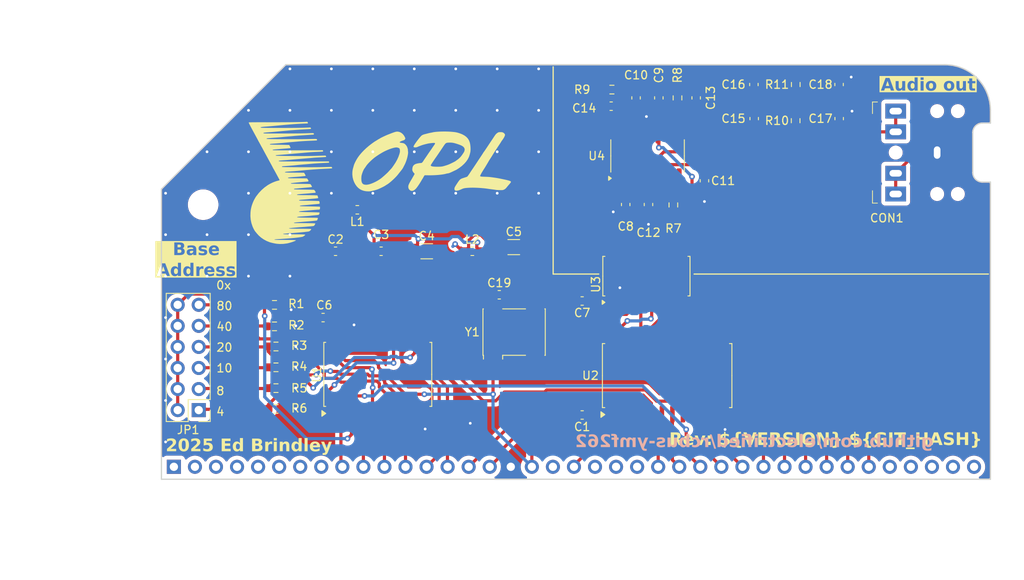
<source format=kicad_pcb>
(kicad_pcb (version 20241229) (generator "pcbnew") (generator_version "9.0")
  (title_block (title "RCBUS YMF262 sound card") (date "@date@") (rev "@version@") (comment 4 "AISLER Project ID: NAXDHHCF"))
  (layers (0 "F.Cu" signal "Front") (2 "B.Cu" signal "Back") (13 "F.Paste" user) (15 "B.Paste" user) (5 "F.SilkS" user "F.Silkscreen") (7 "B.SilkS" user "B.Silkscreen") (1 "F.Mask" user) (3 "B.Mask" user) (25 "Edge.Cuts" user))
  (net 0 "")
  (net 1 "VCC")
  (net 2 "GND")
  (net 3 "/CLK")
  (net 4 "/D0")
  (net 5 "/D1")
  (net 6 "/D2")
  (net 7 "/D3")
  (net 8 "/D4")
  (net 9 "/D5")
  (net 10 "/D6")
  (net 11 "/D7")
  (net 12 "/A1")
  (net 13 "/A4")
  (net 14 "/A3")
  (net 15 "/A2")
  (net 16 "/A5")
  (net 17 "/A6")
  (net 18 "/A7")
  (net 19 "/A0")
  (net 20 "/~{CS}")
  (net 21 "/~{RESET}")
  (net 22 "/~{WR}")
  (net 23 "/~{IORQ}")
  (net 24 "/~{RD}")
  (net 26 "/DAC_CLK")
  (net 27 "/~{INT}")
  (net 43 "/R")
  (net 44 "/L")
  (net 46 "/SMPBD")
  (net 47 "/DOAB")
  (net 48 "/SMPAC")
  (net 50 "Net-(C3-Pad1)")
  (net 51 "Net-(U3-CV)")
  (net 52 "Net-(U3-AOUT)")
  (net 53 "Net-(U4C--)")
  (net 54 "Net-(U4D--)")
  (net 55 "Net-(C15-Pad2)")
  (net 56 "/AUDIO_CH2")
  (net 57 "+5VA")
  (net 58 "Net-(C16-Pad2)")
  (net 59 "Net-(C17-Pad1)")
  (net 60 "Net-(U4B--)")
  (net 61 "Net-(U3-SWIN)")
  (net 62 "Net-(U3-MP)")
  (net 63 "Net-(C18-Pad1)")
  (net 66 "Net-(JP1-Pin_1)")
  (net 67 "Net-(JP1-Pin_9)")
  (net 68 "Net-(JP1-Pin_7)")
  (net 69 "Net-(JP1-Pin_11)")
  (net 70 "Net-(JP1-Pin_3)")
  (net 71 "Net-(JP1-Pin_5)")
  (net 72 "/AUDIO_CH1")
  (footprint "Capacitor_SMD:C_0603_1608Metric_Pad1.08x0.95mm_HandSolder" (layer "F.Cu") (at 111.25 156.75 180)
    (property "Reference" "C1")
    (property "Value" "0.1uF")
  )
  (footprint "Capacitor_SMD:C_0603_1608Metric_Pad1.08x0.95mm_HandSolder" (layer "F.Cu") (at 111.25 143 180)
    (property "Reference" "C7")
    (property "Value" "0.1uF")
  )
  (footprint "electrified:Headphone_Jack_3.5mm_5_pin" (layer "F.Cu") (at 149.069 125.095 180)
    (property "Reference" "CON1")
    (property "Value" "SJ1-3523N")
  )
  (footprint "Connector_PinHeader_2.54mm:PinHeader_2x06_P2.54mm_Vertical" (layer "F.Cu") (at 65 156.16 180)
    (property "Reference" "JP1")
    (property "Value" "BASE ADDRESS")
  )
  (footprint "MountingHole:MountingHole_3.2mm_M3" (layer "F.Cu") (at 65.532 131.382)
    (property "Reference" "H1" (hide yes))
    (property "Value" "MountingHole")
  )
  (footprint "electrified:PinHeader_1x39_P2.54mm_Vertical" (layer "F.Cu") (at 62 163 90)
    (property "Reference" "P1" (hide yes))
    (property "Value" "RC2014 BUS")
  )
  (footprint "Package_SO:SOIC-20W_7.5x12.8mm_P1.27mm" (layer "F.Cu") (at 86.595 151.85 90)
    (property "Reference" "U1")
    (property "Value" "74HCT688")
  )
  (footprint "Capacitor_SMD:C_0603_1608Metric_Pad1.08x0.95mm_HandSolder" (layer "F.Cu") (at 126 128.5 -90)
    (property "Reference" "C11")
    (property "Value" "68pf")
  )
  (footprint "Capacitor_SMD:C_0603_1608Metric_Pad1.08x0.95mm_HandSolder" (layer "F.Cu") (at 116.5 131.3625 -90)
    (property "Reference" "C8")
    (property "Value" "10uF")
  )
  (footprint "Capacitor_SMD:C_0603_1608Metric_Pad1.08x0.95mm_HandSolder" (layer "F.Cu") (at 119.25 131.3625 -90)
    (property "Reference" "C12")
    (property "Value" "0.1uF")
  )
  (footprint "Package_SO:SOP-24_7.5x15.4mm_P1.27mm" (layer "F.Cu") (at 121.5 152 90)
    (property "Reference" "U2")
    (property "Value" "YMF262")
  )
  (footprint "Capacitor_SMD:C_0603_1608Metric_Pad1.08x0.95mm_HandSolder" (layer "F.Cu") (at 80 145 180)
    (property "Reference" "C6")
    (property "Value" "0.1uF")
  )
  (footprint "Oscillator:Oscillator_SMD_Abracon_ASV-4Pin_7.0x5.1mm" (layer "F.Cu") (at 103.04 146.75)
    (property "Reference" "Y1")
    (property "Value" "SG-8002CA")
  )
  (footprint "Inductor_SMD:L_0603_1608Metric_Pad1.05x0.95mm_HandSolder" (layer "F.Cu") (at 98 137)
    (property "Reference" "L2")
    (property "Value" "33uH")
  )
  (footprint "Package_SO:SOP-16_4.55x10.3mm_P1.27mm" (layer "F.Cu") (at 119 140 90)
    (property "Reference" "U3")
    (property "Value" "YAC512")
  )
  (footprint "Capacitor_SMD:C_0603_1608Metric_Pad1.08x0.95mm_HandSolder" (layer "F.Cu") (at 81.5 137)
    (property "Reference" "C2")
    (property "Value" "10nF")
  )
  (footprint "electrified:opl" (layer "F.Cu") (at 93 126)
    (property "Reference" "G2" (hide yes))
    (property "Value" "LOGO" (hide yes))
  )
  (footprint "Resistor_SMD:R_0603_1608Metric_Pad0.98x0.95mm_HandSolder" (layer "F.Cu") (at 74.3125 156.02)
    (property "Reference" "R6")
    (property "Value" "10K")
  )
  (footprint "Capacitor_SMD:C_0603_1608Metric_Pad1.08x0.95mm_HandSolder" (layer "F.Cu") (at 125 118.5 -90)
    (property "Reference" "C13")
    (property "Value" "470pF")
  )
  (footprint "Resistor_SMD:R_0603_1608Metric_Pad0.98x0.95mm_HandSolder" (layer "F.Cu") (at 137 121.25 -90)
    (property "Reference" "R10")
    (property "Value" "1K")
  )
  (footprint "Capacitor_SMD:C_0603_1608Metric_Pad1.08x0.95mm_HandSolder" (layer "F.Cu") (at 120.5 118.5 90)
    (property "Reference" "C9")
    (property "Value" "2.7nf")
  )
  (footprint "Resistor_SMD:R_0603_1608Metric_Pad0.98x0.95mm_HandSolder" (layer "F.Cu") (at 74.3125 153.51)
    (property "Reference" "R5")
    (property "Value" "10K")
  )
  (footprint "Resistor_SMD:R_0603_1608Metric_Pad0.98x0.95mm_HandSolder" (layer "F.Cu") (at 114.8375 117.5 180)
    (property "Reference" "R9")
    (property "Value" "15k")
  )
  (footprint "Capacitor_SMD:C_0603_1608Metric_Pad1.08x0.95mm_HandSolder" (layer "F.Cu") (at 142.25 121 90)
    (property "Reference" "C17")
    (property "Value" "3.9nF")
  )
  (footprint "Resistor_SMD:R_0603_1608Metric_Pad0.98x0.95mm_HandSolder" (layer "F.Cu") (at 122.25 131.4125 90)
    (property "Reference" "R7")
    (property "Value" "33")
  )
  (footprint "Resistor_SMD:R_0603_1608Metric_Pad0.98x0.95mm_HandSolder" (layer "F.Cu") (at 122.75 118.5 90)
    (property "Reference" "R8")
    (property "Value" "15k")
  )
  (footprint "Resistor_SMD:R_0603_1608Metric_Pad0.98x0.95mm_HandSolder" (layer "F.Cu") (at 74.3125 148.49)
    (property "Reference" "R3")
    (property "Value" "10K")
  )
  (footprint "Resistor_SMD:R_0603_1608Metric_Pad0.98x0.95mm_HandSolder" (layer "F.Cu") (at 74.1375 143.47)
    (property "Reference" "R1")
    (property "Value" "10K")
  )
  (footprint "Capacitor_SMD:C_0603_1608Metric_Pad1.08x0.95mm_HandSolder" (layer "F.Cu") (at 117.75 118.5 90)
    (property "Reference" "C10")
    (property "Value" "2.7nf")
  )
  (footprint "Resistor_SMD:R_0603_1608Metric_Pad0.98x0.95mm_HandSolder" (layer "F.Cu") (at 74.1375 146.06)
    (property "Reference" "R2")
    (property "Value" "10K")
  )
  (footprint "Package_SO:SOIC-14_3.9x8.7mm_P1.27mm" (layer "F.Cu") (at 119.1375 125.5 90)
    (property "Reference" "U4")
    (property "Value" "TL074")
  )
  (footprint "electrified:adlib2" (layer "F.Cu") (at 75.5 128.5)
    (property "Reference" "G1" (hide yes))
    (property "Value" "LOGO" (hide yes))
  )
  (footprint "Capacitor_SMD:C_0603_1608Metric_Pad1.08x0.95mm_HandSolder" (layer "F.Cu") (at 131.9646 116.8875 90)
    (property "Reference" "C16")
    (property "Value" "10uf")
  )
  (footprint "Capacitor_SMD:C_1206_3216Metric" (layer "F.Cu") (at 92.5 137)
    (property "Reference" "C4")
    (property "Value" "10uF")
  )
  (footprint "Resistor_SMD:R_0603_1608Metric_Pad0.98x0.95mm_HandSolder" (layer "F.Cu") (at 74.3125 151)
    (property "Reference" "R4")
    (property "Value" "10K")
  )
  (footprint "Capacitor_SMD:C_1206_3216Metric" (layer "F.Cu") (at 103 136.5)
    (property "Reference" "C5")
    (property "Value" "10uF")
  )
  (footprint "Capacitor_SMD:C_0603_1608Metric_Pad1.08x0.95mm_HandSolder" (layer "F.Cu") (at 142.2396 116.8875 90)
    (property "Reference" "C18")
    (property "Value" "3.9nF")
  )
  (footprint "Capacitor_SMD:C_0603_1608Metric_Pad1.08x0.95mm_HandSolder" (layer "F.Cu") (at 132 121 90)
    (property "Reference" "C15")
    (property "Value" "10uf")
  )
  (footprint "Resistor_SMD:R_0603_1608Metric_Pad0.98x0.95mm_HandSolder" (layer "F.Cu") (at 137.0146 116.8875 -90)
    (property "Reference" "R11")
    (property "Value" "1K")
  )
  (footprint "Capacitor_SMD:C_0603_1608Metric_Pad1.08x0.95mm_HandSolder" (layer "F.Cu") (at 101.25 142.25)
    (property "Reference" "C19")
    (property "Value" "0.1uF")
  )
  (footprint "Capacitor_SMD:C_0603_1608Metric_Pad1.08x0.95mm_HandSolder" (layer "F.Cu") (at 87 137)
    (property "Reference" "C3")
    (property "Value" "100nF")
  )
  (footprint "Inductor_SMD:L_0603_1608Metric_Pad1.05x0.95mm_HandSolder" (layer "F.Cu") (at 84.125 132 180)
    (property "Reference" "L1")
    (property "Value" "BLM18PG221SN1D")
  )
  (footprint "Capacitor_SMD:C_0603_1608Metric_Pad1.08x0.95mm_HandSolder" (layer "F.Cu") (at 114.75 119.5 180)
    (property "Reference" "C14")
    (property "Value" "470pF")
  )
  (gr_line (start 107.75 114.75) (end 107.75 139.75) (stroke (width 0.15)) (layer "F.SilkS"))
  (gr_line (start 124.75 139.75) (end 160.25 139.75) (stroke (width 0.15)) (layer "F.SilkS"))
  (gr_line (start 107.75 139.75) (end 113.25 139.75) (stroke (width 0.15)) (layer "F.SilkS"))
  (gr_line (start 158.369 122.682) (end 158.369 127.508) (stroke (width 0.15)) (layer "Edge.Cuts"))
  (gr_line (start 160.5 121.539) (end 160.5 120) (stroke (width 0.15)) (layer "Edge.Cuts"))
  (gr_line (start 155 114.5) (end 75.5 114.5) (stroke (width 0.15)) (layer "Edge.Cuts"))
  (gr_arc (start 155 114.5) (mid 158.889087 116.110913) (end 160.5 120) (stroke (width 0.15)) (layer "Edge.Cuts"))
  (gr_line (start 160.5 121.539) (end 159.512 121.539) (stroke (width 0.15)) (layer "Edge.Cuts"))
  (gr_line (start 160.5 128.651) (end 159.512 128.651) (stroke (width 0.15)) (layer "Edge.Cuts"))
  (gr_line (start 60.5 129.5) (end 75.5 114.5) (stroke (width 0.15)) (layer "Edge.Cuts"))
  (gr_line (start 60.5 129.5) (end 60.5 164.5) (stroke (width 0.15)) (layer "Edge.Cuts"))
  (gr_arc (start 159.512 128.651) (mid 158.703777 128.316223) (end 158.369 127.508) (stroke (width 0.15)) (layer "Edge.Cuts"))
  (gr_line (start 160.5 164.5) (end 160.5 128.651) (stroke (width 0.15)) (layer "Edge.Cuts"))
  (gr_line (start 60.5 164.5) (end 160.5 164.5) (stroke (width 0.15)) (layer "Edge.Cuts"))
  (gr_arc (start 158.369 122.682) (mid 158.703777 121.873777) (end 159.512 121.539) (stroke (width 0.15)) (layer "Edge.Cuts"))
  (gr_text "Audio out" (at 153 117 0) (layer "F.SilkS" knockout) (effects (font (size 1.5 1.5) (thickness 0.3) (bold yes))))
  (gr_text "Rev: ${VERSION} ${GIT_HASH}" (at 159.5 159.75 0) (layer "F.SilkS") (effects (font (size 1.5 1.5) (thickness 0.34) (bold yes)) (justify right)))
  (gr_text "2025 Ed Brindley" (at 61 160.5 0) (layer "F.SilkS") (effects (font (size 1.5 1.5) (thickness 0.3) (bold yes)) (justify left)))
  (gr_text "10" (at 68.1 151.1 0) (layer "F.SilkS") (effects (font (size 1 1))))
  (gr_text "Base\nAddress" (at 64.7 138.1 0) (layer "F.SilkS" knockout) (effects (font (size 1.5 1.5) (thickness 0.3) (bold yes))))
  (gr_text "80" (at 68.1 143.6 0) (layer "F.SilkS") (effects (font (size 1 1))))
  (gr_text "20" (at 68.1 148.6 0) (layer "F.SilkS") (effects (font (size 1 1))))
  (gr_text "8" (at 67.6 153.85 0) (layer "F.SilkS") (effects (font (size 1 1))))
  (gr_text "4" (at 67.6 156.35 0) (layer "F.SilkS") (effects (font (size 1 1))))
  (gr_text "0x" (at 68 141.1 0) (layer "F.SilkS") (effects (font (size 1 1))))
  (gr_text "40" (at 68.1 146.1 0) (layer "F.SilkS") (effects (font (size 1 1))))
  (gr_text "github.com/electrified/rcbus-ymf262" (at 132 160 0) (layer "B.SilkS") (effects (font (size 1.5 1.5) (thickness 0.3) (bold yes)) (justify mirror)))
  (segment (start 114.515 156.65) (end 112.2125 156.65) (width 0.381) (layer "F.Cu") (net 1))
  (segment (start 80.88 145.0175) (end 80.8625 145) (width 0.381) (layer "F.Cu") (net 1))
  (segment (start 89.914144 154.25) (end 92.2126 154.25) (width 0.381) (layer "F.Cu") (net 1))
  (segment (start 100.5 152) (end 100.5 154.25) (width 0.381) (layer "F.Cu") (net 1))
  (segment (start 100.5 149.47) (end 100.62 149.35) (width 0.381) (layer "F.Cu") (net 1))
  (segment (start 63.7555 142.1645) (end 75.639501 142.1645) (width 0.381) (layer "F.Cu") (net 1))
  (segment (start 110.75 159) (end 112 157.75) (width 0.381) (layer "F.Cu") (net 1))
  (segment (start 80.65 136.9875) (end 80.6375 137) (width 0.381) (layer "F.Cu") (net 1))
  (segment (start 83.25 132) (end 82.8326 132.4319) (width 0.381) (layer "F.Cu") (net 1))
  (segment (start 80.88 147.2) (end 80.88 148.381974) (width 0.381) (layer "F.Cu") (net 1))
  (segment (start 83 142) (end 80.6375 139.6375) (width 0.762) (layer "F.Cu") (net 1))
  (segment (start 86.68331 150.714048) (end 86.68331 151.019166) (width 0.381) (layer "F.Cu") (net 1))
  (segment (start 62.46 143.46) (end 62.46 156.16) (width 0.381) (layer "F.Cu") (net 1))
  (segment (start 112 156.75) (end 112.1125 156.75) (width 0.381) (layer "F.Cu") (net 1))
  (segment (start 62.46 143.46) (end 63.7555 142.1645) (width 0.381) (layer "F.Cu") (net 1))
  (segment (start 80.88 147.2) (end 80.88 145.0175) (width 0.381) (layer "F.Cu") (net 1))
  (segment (start 100.5 152) (end 100.5 149.47) (width 0.381) (layer "F.Cu") (net 1))
  (segment (start 80.6375 139.6375) (end 80.6375 137) (width 0.762) (layer "F.Cu") (net 1))
  (segment (start 107 159) (end 110.75 159) (width 0.381) (layer "F.Cu") (net 1))
  (segment (start 86.158741 150.189479) (end 86.68331 150.714048) (width 0.381) (layer "F.Cu") (net 1))
  (segment (start 105.18 160.82) (end 107 159) (width 0.381) (layer "F.Cu") (net 1))
  (segment (start 80.88 148.381974) (end 82.687505 150.189479) (width 0.381) (layer "F.Cu") (net 1))
  (segment (start 79.147876 147.2386) (end 80.8328 147.2386) (width 0.381) (layer "F.Cu") (net 1))
  (segment (start 78 144.524999) (end 78 146.090724) (width 0.381) (layer "F.Cu") (net 1))
  (segment (start 100.62 144.15) (end 100.62 149.35) (width 0.381) (layer "F.Cu") (net 1))
  (segment (start 75.639501 142.1645) (end 78 144.524999) (width 0.381) (layer "F.Cu") (net 1))
  (segment (start 82.687505 150.189479) (end 86.158741 150.189479) (width 0.381) (layer "F.Cu") (net 1))
  (segment (start 78 146.090724) (end 79.147876 147.2386) (width 0.381) (layer "F.Cu") (net 1))
  (segment (start 80.65 134.6145) (end 80.65 136.9875) (width 0.381) (layer "F.Cu") (net 1))
  (segment (start 93.75 142) (end 83 142) (width 0.762) (layer "F.Cu") (net 1))
  (segment (start 105.18 163) (end 105.18 160.82) (width 0.381) (layer "F.Cu") (net 1))
  (segment (start 112.2125 156.65) (end 112.1125 156.75) (width 0.381) (layer "F.Cu") (net 1))
  (segment (start 100.5 148.75) (end 93.75 142) (width 0.762) (layer "F.Cu") (net 1))
  (segment (start 100.5 142.3625) (end 100.3875 142.25) (width 0.381) (layer "F.Cu") (net 1))
  (segment (start 82.8326 132.4319) (end 80.65 134.6145) (width 0.381) (layer "F.Cu") (net 1))
  (segment (start 86.68331 151.019166) (end 89.914144 154.25) (width 0.381) (layer "F.Cu") (net 1))
  (segment (start 112 157.75) (end 112 156.75) (width 0.381) (layer "F.Cu") (net 1))
  (segment (start 100.5 144.75) (end 100.5 142.3625) (width 0.381) (layer "F.Cu") (net 1))
  (via (at 92.2126 154.25) (size 0.6858) (drill 0.3302) (layers "F.Cu" "B.Cu") (net 1))
  (via (at 100.5 154.25) (size 0.6858) (drill 0.3302) (layers "F.Cu" "B.Cu") (net 1))
  (segment (start 100.5 154.25) (end 100.5 158.32) (width 0.381) (layer "B.Cu") (net 1))
  (segment (start 92.2126 154.25) (end 100.5 154.25) (width 0.381) (layer "B.Cu") (net 1))
  (segment (start 105.18 163) (end 100.59 158.41) (width 0.381) (layer "B.Cu") (net 1))
  (segment (start 100.5 158.32) (end 100.59 158.41) (width 0.381) (layer "B.Cu") (net 1))
  (segment (start 115.825 141.425) (end 115.8 141.4) (width 0.381) (layer "F.Cu") (net 2))
  (segment (start 86 149) (end 87.23 149) (width 0.381) (layer "F.Cu") (net 2))
  (segment (start 75.225 148.49) (end 76.69 148.49) (width 0.381) (layer "F.Cu") (net 2))
  (segment (start 91.6442 134.4584) (end 91.5151 134.5875) (width 0.381) (layer "F.Cu") (net 2))
  (segment (start 82.8918 137.2831) (end 82.3625 137) (width 0.381) (layer "F.Cu") (net 2))
  (segment (start 93.4092 136.1246) (end 93.4925 136.1246) (width 0.381) (layer "F.Cu") (net 2))
  (segment (start 76.69 153.51) (end 76.7 153.5) (width 0.381) (layer "F.Cu") (net 2))
  (segment (start 75.05 143.47) (end 75.556036 143.47) (width 0.381) (layer "F.Cu") (net 2))
  (segment (start 85.96 147.2) (end 85.96 148.96) (width 0.381) (layer "F.Cu") (net 2))
  (segment (start 102.2641 135.1011) (end 102.2506 135.1011) (width 0.381) (layer "F.Cu") (net 2))
  (segment (start 95.5497 135.2218) (end 94.7013 136.0702) (width 0.381) (layer "F.Cu") (net 2))
  (segment (start 101.3215 135.0275) (end 102.0867 135.0275) (width 0.381) (layer "F.Cu") (net 2))
  (segment (start 75.225 156.02) (end 76.68 156.02) (width 0.381) (layer "F.Cu") (net 2))
  (segment (start 101.3215 135.0275) (end 101.2845 134.9905) (width 0.381) (layer "F.Cu") (net 2))
  (segment (start 100.0606 134.9905) (end 99.3209 134.2508) (width 0.381) (layer "F.Cu") (net 2))
  (segment (start 83.666 138.0474) (end 86.9462 138.0474) (width 0.381) (layer "F.Cu") (net 2))
  (segment (start 119.25 132.225) (end 119.25 133.75) (width 0.381) (layer "F.Cu") (net 2))
  (segment (start 116.5 132.225) (end 115.025 132.225) (width 0.381) (layer "F.Cu") (net 2))
  (segment (start 103.1697 163) (end 102.64 163) (width 0.381) (layer "F.Cu") (net 2))
  (segment (start 75.225 153.51) (end 76.69 153.51) (width 0.381) (layer "F.Cu") (net 2))
  (segment (start 76.64 146.06) (end 76.7 146) (width 0.381) (layer "F.Cu") (net 2))
  (segment (start 82.9017 137.2831) (end 82.8918 137.2831) (width 0.381) (layer "F.Cu") (net 2))
  (segment (start 103.9086 135.802) (end 102.965 135.802) (width 0.381) (layer "F.Cu") (net 2))
  (segment (start 83.4179 147.794174) (end 83.4179 149) (width 0.381) (layer "F.Cu") (net 2))
  (segment (start 94.7013 136.0702) (end 94.3761 136.0702) (width 0.381) (layer "F.Cu") (net 2))
  (segment (start 83.731069 146.888931) (end 83.731069 145.8819) (width 0.381) (layer "F.Cu") (net 2))
  (segment (start 84.7 149) (end 86 149) (width 0.381) (layer "F.Cu") (net 2))
  (segment (start 94.348 136.0983) (end 94.348 136.1086) (width 0.381) (layer "F.Cu") (net 2))
  (segment (start 115.825 143.25) (end 115.825 141.425) (width 0.381) (layer "F.Cu") (net 2))
  (segment (start 91.5151 134.5875) (end 91.1145 134.5875) (width 0.381) (layer "F.Cu") (net 2))
  (segment (start 126 129.3625) (end 126 131) (width 0.381) (layer "F.Cu") (net 2))
  (segment (start 102.965 135.802) (end 102.2641 135.1011) (width 0.381) (layer "F.Cu") (net 2))
  (segment (start 88.357 136.6326) (end 88.3569 136.6326) (width 0.381) (layer "F.Cu") (net 2))
  (segment (start 119.1375 123.025) (end 119.1375 120.8875) (width 0.381) (layer "F.Cu") (net 2))
  (segment (start 94.348 136.1086) (end 93.975 137) (width 0.381) (layer "F.Cu") (net 2))
  (segment (start 75.05 146.06) (end 76.64 146.06) (width 0.381) (layer "F.Cu") (net 2))
  (segment (start 83.731069 145.7315) (end 83.731069 145.8819) (width 0.381) (layer "F.Cu") (net 2))
  (segment (start 91.7733 134.5875) (end 91.8721 134.5875) (width 0.381) (layer "F.Cu") (net 2))
  (segment (start 83.4179 149) (end 84.7 149) (width 0.381) (layer "F.Cu") (net 2))
  (segment (start 92.31 156.5) (end 92.310001 158.439999) (width 0.381) (layer "F.Cu") (net 2))
  (segment (start 93.4925 136.1246) (end 93.5133 136.1454) (width 0.381) (layer "F.Cu") (net 2))
  (segment (start 83.666 138.0474) (end 82.9017 137.2831) (width 0.381) (layer "F.Cu") (net 2))
  (segment (start 102.1347 135.0371) (end 102.0963 135.0371) (width 0.381) (layer "F.Cu") (net 2))
  (segment (start 75.556036 143.47) (end 76.143018 144.056982) (width 0.381) (layer "F.Cu") (net 2))
  (segment (start 87.5169 137.4767) (end 87.4902 137.5034) (width 0.381) (layer "F.Cu") (net 2))
  (segment (start 102.1443 135.0467) (end 102.1347 135.0371) (width 0.381) (layer "F.Cu") (net 2))
  (segment (start 84.69 148.99) (end 84.7 149) (width 0.381) (layer "F.Cu") (net 2))
  (segment (start 87.5169 137.4668) (end 87.5169 137.4767) (width 0.381) (layer "F.Cu") (net 2))
  (segment (start 102.2099 135.0739) (end 102.1827 135.0467) (width 0.381) (layer "F.Cu") (net 2))
  (segment (start 119.1375 120.8875) (end 119 120.75) (width 0.381) (layer "F.Cu") (net 2))
  (segment (start 87.4902 137.5034) (end 86.9462 138.0474) (width 0.381) (layer "F.Cu") (net 2))
  (segment (start 91.6442 134.4584) (end 91.7733 134.5875) (width 0.381) (layer "F.Cu") (net 2))
  (segment (start 102.2506 135.1011) (end 102.2234 135.0739) (width 0.381) (layer "F.Cu") (net 2))
  (segment (start 143.7625 120.1375) (end 143.8 120.1) (width 0.381) (layer "F.Cu") (net 2))
  (segment (start 75.225 151) (end 76.7 151) (width 0.381) (layer "F.Cu") (net 2))
  (segment (start 128.485 156.65) (end 128.485 158.5) (width 0.381) (layer "F.Cu") (net 2))
  (segment (start 102.1827 135.0467) (end 102.1443 135.0467) (width 0.381) (layer "F.Cu") (net 2))
  (segment (start 102.2234 135.0739) (end 102.2099 135.0739) (width 0.381) (layer "F.Cu") (net 2))
  (segment (start 142.25 120.1375) (end 143.7625 120.1375) (width 0.381) (layer "F.Cu") (net 2))
  (segment (start 96.9611 135.2218) (end 95.5497 135.2218) (width 0.381) (layer "F.Cu") (net 2))
  (segment (start 87.23 149) (end 87.23 147.6642) (width 0.381) (layer "F.Cu") (net 2))
  (segment (start 87.8625 137) (end 87.5169 137.4668) (width 0.381) (layer "F.Cu") (net 2))
  (segment (start 76.69 148.49) (end 76.7 148.5) (width 0.381) (layer "F.Cu") (net 2))
  (segment (start 115.025 132.225) (end 115 132.25) (width 0.381) (layer "F.Cu") (net 2))
  (segment (start 91.8721 134.5875) (end 93.4092 136.1246) (width 0.381) (layer "F.Cu") (net 2))
  (segment (start 89.0763 136.6257) (end 88.3639 136.6257) (width 0.381) (layer "F.Cu") (net 2))
  (segment (start 76.68 156.02) (end 76.7 156) (width 0.381) (layer "F.Cu") (net 2))
  (segment (start 84.69 147.2) (end 84.69 148.99) (width 0.381) (layer "F.Cu") (net 2))
  (segment (start 142.2396 116.025) (end 143.6646 116.025) (width 0.381) (layer "F.Cu") (net 2))
  (segment (start 99.3209 134.2508) (end 97.9321 134.2508) (width 0.381) (layer "F.Cu") (net 2))
  (segment (start 88.3639 136.6257) (end 88.357 136.6326) (width 0.381) (layer "F.Cu") (net 2))
  (segment (start 94.3761 136.0702) (end 94.348 136.0983) (width 0.381) (layer "F.Cu") (net 2))
  (segment (start 101.2845 134.9905) (end 100.0606 134.9905) (width 0.381) (layer "F.Cu") (net 2))
  (segment (start 91.1145 134.5875) (end 89.0763 136.6257) (width 0.381) (layer "F.Cu") (net 2))
  (segment (start 143.6646 116.025) (end 143.7021 115.9875) (width 0.381) (layer "F.Cu") (net 2))
  (segment (start 85.96 148.96) (end 86 149) (width 0.381) (layer "F.Cu") (net 2))
  (segment (start 88.3569 136.6326) (end 87.8625 137) (width 0.381) (layer "F.Cu") (net 2))
  (segment (start 102.0963 135.0371) (end 102.0867 135.0275) (width 0.381) (layer "F.Cu") (net 2))
  (segment (start 83.42472 145.7315) (end 83.731069 145.7315) (width 0.381) (layer "F.Cu") (net 2))
  (segment (start 97.9321 134.2508) (end 96.9611 135.2218) (width 0.381) (layer "F.Cu") (net 2))
  (segment (start 93.5133 136.1454) (end 93.975 137) (width 0.381) (layer "F.Cu") (net 2))
  (segment (start 83.42 147.2) (end 83.731069 146.888931) (width 0.381) (layer "F.Cu") (net 2))
  (segment (start 104.475 136.5) (end 103.9086 135.802) (width 0.381) (layer "F.Cu") (net 2))
  (via (at 76.7 153.5) (size 0.6858) (drill 0.3302) (layers "F.Cu" "B.Cu") (net 2))
  (via (at 76.143018 144.056982) (size 0.6858) (drill 0.3302) (layers "F.Cu" "B.Cu") (net 2))
  (via (at 61 135) (size 0.6858) (drill 0.3302) (layers "F.Cu" "B.Cu") (net 2))
  (via (at 81 130) (size 0.6858) (drill 0.3302) (layers "F.Cu" "B.Cu") (net 2))
  (via (at 71 135) (size 0.6858) (drill 0.3302) (layers "F.Cu" "B.Cu") (net 2))
  (via (at 86 115) (size 0.6858) (drill 0.3302) (layers "F.Cu" "B.Cu") (net 2))
  (via (at 91 125) (size 0.6858) (drill 0.3302) (layers "F.Cu" "B.Cu") (net 2))
  (via (at 81 125) (size 0.6858) (drill 0.3302) (layers "F.Cu" "B.Cu") (net 2))
  (via (at 86 130) (size 0.6858) (drill 0.3302) (layers "F.Cu" "B.Cu") (net 2))
  (via (at 61 140) (size 0.6858) (drill 0.3302) (layers "F.Cu" "B.Cu") (net 2))
  (via (at 76 115) (size 0.6858) (drill 0.3302) (layers "F.Cu" "B.Cu") (net 2))
  (via (at 76 130) (size 0.6858) (drill 0.3302) (layers "F.Cu" "B.Cu") (net 2))
  (via (at 81 115) (size 0.6858) (drill 0.3302) (layers "F.Cu" "B.Cu") (net 2))
  (via (at 97.75 157.75) (size 0.6858) (drill 0.3302) (layers "F.Cu" "B.Cu") (net 2))
  (via (at 61 155) (size 0.6858) (drill 0.3302) (layers "F.Cu" "B.Cu") (net 2))
  (via (at 71 140) (size 0.6858) (drill 0.3302) (layers "F.Cu" "B.Cu") (net 2))
  (via (at 128.485 158.5) (size 0.6858) (drill 0.3302) (layers "F.Cu" "B.Cu") (net 2))
  (via (at 76.7 156) (size 0.6858) (drill 0.3302) (layers "F.Cu" "B.Cu") (net 2))
  (via (at 86 125) (size 0.6858) (drill 0.3302) (layers "F.Cu" "B.Cu") (net 2))
  (via (at 66 125) (size 0.6858) (drill 0.3302) (layers "F.Cu" "B.Cu") (net 2))
  (via (at 101 120) (size 0.6858) (drill 0.3302) (layers "F.Cu" "B.Cu") (net 2))
  (via (at 126 131) (size 0.6858) (drill 0.3302) (layers "F.Cu" "B.Cu") (net 2))
  (via (at 76.7 148.5) (size 0.6858) (drill 0.3302) (layers "F.Cu" "B.Cu") (net 2))
  (via (at 115.8 141.4) (size 0.6858) (drill 0.3302) (layers "F.Cu" "B.Cu") (net 2))
  (via (at 61 130) (size 0.6858) (drill 0.3302) (layers "F.Cu" "B.Cu") (net 2))
  (via (at 119 120.75) (size 0.6858) (drill 0.3302) (layers "F.Cu" "B.Cu") (net 2))
  (via (at 101 130) (size 0.6858) (drill 0.3302) (layers "F.Cu" "B.Cu") (net 2))
  (via (at 76 120) (size 0.6858) (drill 0.3302) (layers "F.Cu" "B.Cu") (net 2))
  (via (at 83.731069 145.8819) (size 0.6858) (drill 0.3302) (layers "F.Cu" "B.Cu") (net 2))
  (via (at 91 120) (size 0.6858) (drill 0.3302) (layers "F.Cu" "B.Cu") (net 2))
  (via (at 76 140) (size 0.6858) (drill 0.3302) (layers "F.Cu" "B.Cu") (net 2))
  (via (at 106 115) (size 0.6858) (drill 0.3302) (layers "F.Cu" "B.Cu") (net 2))
  (via (at 119.25 133.75) (size 0.6858) (drill 0.3302) (layers "F.Cu" "B.Cu") (net 2))
  (via (at 61 150) (size 0.6858) (drill 0.3302) (layers "F.Cu" "B.Cu") (net 2))
  (via (at 96 120) (size 0.6858) (drill 0.3302) (layers "F.Cu" "B.Cu") (net 2))
  (via (at 96 130) (size 0.6858) (drill 0.3302) (layers "F.Cu" "B.Cu") (net 2))
  (via (at 115 132.25) (size 0.6858) (drill 0.3302) (layers "F.Cu" "B.Cu") (net 2))
  (via (at 66 140) (size 0.6858) (drill 0.3302) (layers "F.Cu" "B.Cu") (net 2))
  (via (at 96 115) (size 0.6858) (drill 0.3302) (layers "F.Cu" "B.Cu") (net 2))
  (via (at 61 160) (size 0.6858) (drill 0.3302) (layers "F.Cu" "B.Cu") (net 2))
  (via (at 101 115) (size 0.6858) (drill 0.3302) (layers "F.Cu" "B.Cu") (net 2))
  (via (at 86 120) (size 0.6858) (drill 0.3302) (layers "F.Cu" "B.Cu") (net 2))
  (via (at 61 145) (size 0.6858) (drill 0.3302) (layers "F.Cu" "B.Cu") (net 2))
  (via (at 143.7021 115.9875) (size 0.6858) (drill 0.3302) (layers "F.Cu" "B.Cu") (net 2))
  (via (at 71 120) (size 0.6858) (drill 0.3302) (layers "F.Cu" "B.Cu") (net 2))
  (via (at 92.310001 158.439999) (size 0.6858) (drill 0.3302) (layers "F.Cu" "B.Cu") (net 2))
  (via (at 106 120) (size 0.6858) (drill 0.3302) (layers "F.Cu" "B.Cu") (net 2))
  (via (at 106 130) (size 0.6858) (drill 0.3302) (layers "F.Cu" "B.Cu") (net 2))
  (via (at 76 125) (size 0.6858) (drill 0.3302) (layers "F.Cu" "B.Cu") (net 2))
  (via (at 91 115) (size 0.6858) (drill 0.3302) (layers "F.Cu" "B.Cu") (net 2))
  (via (at 76.7 146) (size 0.6858) (drill 0.3302) (layers "F.Cu" "B.Cu") (net 2))
  (via (at 81 120) (size 0.6858) (drill 0.3302) (layers "F.Cu" "B.Cu") (net 2))
  (via (at 96 125) (size 0.6858) (drill 0.3302) (layers "F.Cu" "B.Cu") (net 2))
  (via (at 76.7 151) (size 0.6858) (drill 0.3302) (layers "F.Cu" "B.Cu") (net 2))
  (via (at 71 130) (size 0.6858) (drill 0.3302) (layers "F.Cu" "B.Cu") (net 2))
  (via (at 91 130) (size 0.6858) (drill 0.3302) (layers "F.Cu" "B.Cu") (net 2))
  (via (at 106 125) (size 0.6858) (drill 0.3302) (layers "F.Cu" "B.Cu") (net 2))
  (via (at 143.8 120.1) (size 0.6858) (drill 0.3302) (layers "F.Cu" "B.Cu") (net 2))
  (via (at 76 135) (size 0.6858) (drill 0.3302) (layers "F.Cu" "B.Cu") (net 2))
  (via (at 71 125) (size 0.6858) (drill 0.3302) (layers "F.Cu" "B.Cu") (net 2))
  (via (at 101 125) (size 0.6858) (drill 0.3302) (layers "F.Cu" "B.Cu") (net 2))
  (via (at 66 135) (size 0.6858) (drill 0.3302) (layers "F.Cu" "B.Cu") (net 2))
  (segment (start 105.88 144.15) (end 106.98 145.25) (width 0.381) (layer "F.Cu") (net 3))
  (segment (start 114.515 145.765) (end 114.515 147.35) (width 0.381) (layer "F.Cu") (net 3))
  (segment (start 114 145.25) (end 114.515 145.765) (width 0.381) (layer "F.Cu") (net 3))
  (segment (start 106.98 145.25) (end 114 145.25) (width 0.381) (layer "F.Cu") (net 3))
  (segment (start 125.945 156.65) (end 125.945 157.6505) (width 0.381) (layer "F.Cu") (net 4))
  (segment (start 125.945 157.6505) (end 125.945 160.905) (width 0.381) (layer "F.Cu") (net 4))
  (segment (start 125.945 160.905) (end 128.04 163) (width 0.381) (layer "F.Cu") (net 4))
  (segment (start 128.2674 160.6874) (end 130.58 163) (width 0.381) (layer "F.Cu") (net 5))
  (segment (start 128.173848 160.6874) (end 128.2674 160.6874) (width 0.381) (layer "F.Cu") (net 5))
  (segment (start 127.2 159.713552) (end 128.173848 160.6874) (width 0.381) (layer "F.Cu") (net 5))
  (segment (start 127.2 156.665) (end 127.2 159.713552) (width 0.381) (layer "F.Cu") (net 5))
  (segment (start 128.485 147.35) (end 128.485 149.235) (width 0.381) (layer "F.Cu") (net 6))
  (segment (start 128.485 149.235) (end 133.12 153.87) (width 0.381) (layer "F.Cu") (net 6))
  (segment (start 133.12 153.87) (end 133.12 163) (width 0.381) (layer "F.Cu") (net 6))
  (segment (start 127.215 147.35) (end 127.215 146.035) (width 0.381) (layer "F.Cu") (net 7))
  (segment (start 135.66 152.379648) (end 135.66 163) (width 0.381) (layer "F.Cu") (net 7))
  (segment (start 127.215 146.035) (end 127.75 145.5) (width 0.381) (layer "F.Cu") (net 7))
  (segment (start 128.780352 145.5) (end 135.66 152.379648) (width 0.381) (layer "F.Cu") (net 7))
  (segment (start 127.75 145.5) (end 128.780352 145.5) (width 0.381) (layer "F.Cu") (net 7))
  (segment (start 130.179335 144.865) (end 127.227104 144.865) (width 0.381) (layer "F.Cu") (net 8))
  (segment (start 127.227104 144.865) (end 125.945 146.147104) (width 0.381) (layer "F.Cu") (net 8))
  (segment (start 125.945 146.147104) (end 125.945 147.35) (width 0.381) (layer "F.Cu") (net 8))
  (segment (start 138.2 152.885665) (end 130.179335 144.865) (width 0.381) (layer "F.Cu") (net 8))
  (segment (start 138.2 163) (end 138.2 152.885665) (width 0.381) (layer "F.Cu") (net 8))
  (segment (start 132.23 144.23) (end 126.964078 144.23) (width 0.381) (layer "F.Cu") (net 9))
  (segment (start 140.74 152.74) (end 132.23 144.23) (width 0.381) (layer "F.Cu") (net 9))
  (segment (start 126.964078 144.23) (end 124.675 146.519078) (width 0.381) (layer "F.Cu") (net 9))
  (segment (start 124.675 146.519078) (end 124.675 147.35) (width 0.381) (layer "F.Cu") (net 9))
  (segment (start 140.74 163) (end 140.74 152.74) (width 0.381) (layer "F.Cu") (net 9))
  (segment (start 134.594 143.594) (end 126.700638 143.594) (width 0.381) (layer "F.Cu") (net 10))
  (segment (start 124.292202 145.9045) (end 123.405 146.791702) (width 0.381) (layer "F.Cu") (net 10))
  (segment (start 126.700638 143.594) (end 124.390138 145.9045) (width 0.381) (layer "F.Cu") (net 10))
  (segment (start 123.405 146.791702) (end 123.405 147.35) (width 0.381) (layer "F.Cu") (net 10))
  (segment (start 124.390138 145.9045) (end 124.292202 145.9045) (width 0.381) (layer "F.Cu") (net 10))
  (segment (start 143.28 163) (end 143.28 152.28) (width 0.381) (layer "F.Cu") (net 10))
  (segment (start 143.28 152.28) (end 134.594 143.594) (width 0.381) (layer "F.Cu") (net 10))
  (segment (start 124.024934 145.2695) (end 123.390934 145.9035) (width 0.381) (layer "F.Cu") (net 11))
  (segment (start 127.396612 142) (end 124.127112 145.2695) (width 0.381) (layer "F.Cu") (net 11))
  (segment (start 122.581501 145.9035) (end 122.135 146.350001) (width 0.381) (layer "F.Cu") (net 11))
  (segment (start 122.135 146.350001) (end 122.135 147.35) (width 0.381) (layer "F.Cu") (net 11))
  (segment (start 136 142) (end 127.396612 142) (width 0.381) (layer "F.Cu") (net 11))
  (segment (start 145.82 163) (end 145.82 151.82) (width 0.381) (layer "F.Cu") (net 11))
  (segment (start 145.82 151.82) (end 136 142) (width 0.381) (layer "F.Cu") (net 11))
  (segment (start 123.390934 145.9035) (end 122.581501 145.9035) (width 0.381) (layer "F.Cu") (net 11))
  (segment (start 124.127112 145.2695) (end 124.024934 145.2695) (width 0.381) (layer "F.Cu") (net 11))
  (segment (start 119.595 155.345) (end 118.615 154.365) (width 0.381) (layer "F.Cu") (net 12))
  (segment (start 105.945 154.615) (end 97.56 163) (width 0.381) (layer "F.Cu") (net 12))
  (segment (start 107.236974 154.365) (end 106.986974 154.615) (width 0.381) (layer "F.Cu") (net 12))
  (segment (start 106.986974 154.615) (end 105.945 154.615) (width 0.381) (layer "F.Cu") (net 12))
  (segment (start 118.615 154.365) (end 107.236974 154.365) (width 0.381) (layer "F.Cu") (net 12))
  (segment (start 119.595 156.65) (end 119.595 155.345) (width 0.381) (layer "F.Cu") (net 12))
  (segment (start 89.77 159.07) (end 89.94 159.24) (width 0.381) (layer "F.Cu") (net 13))
  (segment (start 89.94 159.24) (end 89.94 163) (width 0.381) (layer "F.Cu") (net 13))
  (segment (start 89.77 156.56) (end 89.77 159.07) (width 0.381) (layer "F.Cu") (net 13))
  (segment (start 89.8 156.53) (end 89.77 156.56) (width 0.381) (layer "F.Cu") (net 13))
  (segment (start 94 161.48) (end 92.48 163) (width 0.381) (layer "F.Cu") (net 14))
  (segment (start 94 153.307629) (end 94 161.48) (width 0.381) (layer "F.Cu") (net 14))
  (segment (start 92.3 147.21) (end 92.3 151.607629) (width 0.381) (layer "F.Cu") (net 14))
  (segment (start 92.3 151.607629) (end 94 153.307629) (width 0.381) (layer "F.Cu") (net 14))
  (segment (start 93.0555 151.465103) (end 95 153.409603) (width 0.381) (layer "F.Cu") (net 15))
  (segment (start 95 153.409603) (end 95 162.98) (width 0.381) (layer "F.Cu") (net 15))
  (segment (start 90.215501 145.7295) (end 92.71082 145.7295) (width 0.381) (layer "F.Cu") (net 15))
  (segment (start 92.71082 145.7295) (end 93.0555 146.07418) (width 0.381) (layer "F.Cu") (net 15))
  (segment (start 89.77 146.175001) (end 90.215501 145.7295) (width 0.381) (layer "F.Cu") (net 15))
  (segment (start 95 162.98) (end 95.02 163) (width 0.381) (layer "F.Cu") (net 15))
  (segment (start 93.0555 146.07418) (end 93.0555 151.465103) (width 0.381) (layer "F.Cu") (net 15))
  (segment (start 89.77 147.2) (end 89.77 146.175001) (width 0.381) (layer "F.Cu") (net 15))
  (segment (start 87.2 156.53) (end 87.2 159.2) (width 0.381) (layer "F.Cu") (net 16))
  (segment (start 87.4 159.4) (end 87.4 163) (width 0.381) (layer "F.Cu") (net 16))
  (segment (start 87.2 159.2) (end 87.4 159.4) (width 0.381) (layer "F.Cu") (net 16))
  (segment (start 84.7 156.51) (end 84.7 159.3) (width 0.381) (layer "F.Cu") (net 17))
  (segment (start 84.86 159.46) (end 84.86 163) (width 0.381) (layer "F.Cu") (net 17))
  (segment (start 84.7 159.3) (end 84.86 159.46) (width 0.381) (layer "F.Cu") (net 17))
  (segment (start 82.15 162.83) (end 82.32 163) (width 0.381) (layer "F.Cu") (net 18))
  (segment (start 82.15 156.5) (end 82.15 162.83) (width 0.381) (layer "F.Cu") (net 18))
  (segment (start 101.5215 161.5785) (end 101.5215 160.9785) (width 0.381) (layer "F.Cu") (net 19))
  (segment (start 100.1 163) (end 101.5215 161.5785) (width 0.381) (layer "F.Cu") (net 19))
  (segment (start 118.325 155.575) (end 118.325 156.65) (width 0.381) (layer "F.Cu") (net 19))
  (segment (start 101.5215 160.9785) (end 107.2955 155.2045) (width 0.381) (layer "F.Cu") (net 19))
  (segment (start 107.2955 155.2045) (end 117.9545 155.2045) (width 0.381) (layer "F.Cu") (net 19))
  (segment (start 117.9545 155.2045) (end 118.325 155.575) (width 0.381) (layer "F.Cu") (net 19))
  (segment (start 106.973948 153.73) (end 118.878026 153.73) (width 0.381) (layer "F.Cu") (net 20))
  (segment (start 106.723948 153.98) (end 106.973948 153.73) (width 0.381) (layer "F.Cu") (net 20))
  (segment (start 100.826152 155.0374) (end 101.883552 153.98) (width 0.381) (layer "F.Cu") (net 20))
  (segment (start 82.15 145.598586) (end 82.654086 145.0945) (width 0.381) (layer "F.Cu") (net 20))
  (segment (start 101.883552 153.98) (end 106.723948 153.98) (width 0.381) (layer "F.Cu") (net 20))
  (segment (start 122.8832 155.0832) (end 123.405 155.605) (width 0.381) (layer "F.Cu") (net 20))
  (segment (start 123.405 155.605) (end 123.405 156.65) (width 0.381) (layer "F.Cu") (net 20))
  (segment (start 82.15 147.2) (end 82.15 145.598586) (width 0.381) (layer "F.Cu") (net 20))
  (segment (start 92.973846 145.0945) (end 93.6905 145.811154) (width 0.381) (layer "F.Cu") (net 20))
  (segment (start 99.2874 155.0374) (end 100.826152 155.0374) (width 0.381) (layer "F.Cu") (net 20))
  (segment (start 93.6905 149.4405) (end 99.2874 155.0374) (width 0.381) (layer "F.Cu") (net 20))
  (segment (start 93.6905 145.811154) (end 93.6905 149.4405) (width 0.381) (layer "F.Cu") (net 20))
  (segment (start 82.654086 145.0945) (end 92.973846 145.0945) (width 0.381) (layer "F.Cu") (net 20))
  (segment (start 120.231226 155.0832) (end 122.8832 155.0832) (width 0.381) (layer "F.Cu") (net 20))
  (segment (start 118.878026 153.73) (end 120.231226 155.0832) (width 0.381) (layer "F.Cu") (net 20))
  (segment (start 115.4 159.2) (end 117.055 157.545) (width 0.381) (layer "F.Cu") (net 21))
  (segment (start 117.055 156.76) (end 117 156.705) (width 0.381) (layer "F.Cu") (net 21))
  (segment (start 110.26 162.8253) (end 113.8853 159.2) (width 0.381) (layer "F.Cu") (net 21))
  (segment (start 113.8853 159.2) (end 115.4 159.2) (width 0.381) (layer "F.Cu") (net 21))
  (segment (start 117.055 157.545) (end 117.055 156.76) (width 0.381) (layer "F.Cu") (net 21))
  (segment (start 120.865 159.335) (end 120.42 159.78) (width 0.381) (layer "F.Cu") (net 22))
  (segment (start 120.42 159.78) (end 120.42 163) (width 0.381) (layer "F.Cu") (net 22))
  (segment (start 120.865 156.65) (end 120.865 159.335) (width 0.381) (layer "F.Cu") (net 22))
  (segment (start 80.88 155.333552) (end 81.763552 154.45) (width 0.381) (layer "F.Cu") (net 23))
  (segment (start 81.763552 154.45) (end 85 154.45) (width 0.381) (layer "F.Cu") (net 23))
  (segment (start 125.5 163) (end 123.8 161.3) (width 0.381) (layer "F.Cu") (net 23))
  (segment (start 123.8 161.3) (end 123.8 158.5) (width 0.381) (layer "F.Cu") (net 23))
  (segment (start 80.88 156.5) (end 80.88 155.333552) (width 0.381) (layer "F.Cu") (net 23))
  (via (at 123.8 158.5) (size 0.6858) (drill 0.3302) (layers "F.Cu" "B.Cu") (net 23))
  (via (at 85 154.45) (size 0.6858) (drill 0.3302) (layers "F.Cu" "B.Cu") (net 23))
  (segment (start 118.55 153.25) (end 97.613552 153.25) (width 0.381) (layer "B.Cu") (net 23))
  (segment (start 97.576152 153.2874) (end 96.923848 153.2874) (width 0.381) (layer "B.Cu") (net 23))
  (segment (start 96.923848 153.2874) (end 96.886448 153.25) (width 0.381) (layer "B.Cu") (net 23))
  (segment (start 87.297156 153.25) (end 86.097156 154.45) (width 0.381) (layer "B.Cu") (net 23))
  (segment (start 96.886448 153.25) (end 87.297156 153.25) (width 0.381) (layer "B.Cu") (net 23))
  (segment (start 97.613552 153.25) (end 97.576152 153.2874) (width 0.381) (layer "B.Cu") (net 23))
  (segment (start 123.8 158.5) (end 118.55 153.25) (width 0.381) (layer "B.Cu") (net 23))
  (segment (start 86.097156 154.45) (end 85 154.45) (width 0.381) (layer "B.Cu") (net 23))
  (segment (start 122.135 157.6505) (end 122.135 162.175) (width 0.381) (layer "F.Cu") (net 24))
  (segment (start 122.135 162.175) (end 122.96 163) (width 0.381) (layer "F.Cu") (net 24))
  (segment (start 122.135 156.65) (end 122.135 157.6505) (width 0.381) (layer "F.Cu") (net 24))
  (segment (start 119.635 145.046141) (end 119.537412 145.143729) (width 0.381) (layer "F.Cu") (net 26))
  (segment (start 115.785 147.35) (end 115.785 146.315) (width 0.381) (layer "F.Cu") (net 26))
  (segment (start 115.785 146.315) (end 116.7 145.4) (width 0.381) (layer "F.Cu") (net 26))
  (segment (start 119.635 143.25) (end 119.635 145.046141) (width 0.381) (layer "F.Cu") (net 26))
  (via (at 119.537412 145.143729) (size 0.6858) (drill 0.3302) (layers "F.Cu" "B.Cu") (net 26))
  (via (at 116.7 145.4) (size 0.6858) (drill 0.3302) (layers "F.Cu" "B.Cu") (net 26))
  (segment (start 119.481141 145.2) (end 119.537412 145.143729) (width 0.381) (layer "B.Cu") (net 26))
  (segment (start 118.2278 145.4) (end 118.4278 145.2) (width 0.381) (layer "B.Cu") (net 26))
  (segment (start 116.7 145.4) (end 118.2278 145.4) (width 0.381) (layer "B.Cu") (net 26))
  (segment (start 118.4278 145.2) (end 119.481141 145.2) (width 0.381) (layer "B.Cu") (net 26))
  (segment (start 115.3275 123.025) (end 115.3275 120.94) (width 0.381) (layer "F.Cu") (net 43))
  (segment (start 113.925 119.4625) (end 113.8875 119.5) (width 0.381) (layer "F.Cu") (net 43))
  (segment (start 113.925 117.5) (end 113.925 119.4625) (width 0.381) (layer "F.Cu") (net 43))
  (segment (start 115.675 115.75) (end 129.9646 115.75) (width 0.381) (layer "F.Cu") (net 43))
  (segment (start 129.9646 115.75) (end 131.9646 117.75) (width 0.381) (layer "F.Cu") (net 43))
  (segment (start 113.925 117.5) (end 115.675 115.75) (width 0.381) (layer "F.Cu") (net 43))
  (segment (start 115.3275 120.94) (end 113.8875 119.5) (width 0.381) (layer "F.Cu") (net 43))
  (segment (start 126.5 119.75) (end 126.5 118) (width 0.381) (layer "F.Cu") (net 44))
  (segment (start 124.95 117.5875) (end 125 117.6375) (width 0.381) (layer "F.Cu") (net 44))
  (segment (start 126.1375 117.6375) (end 125 117.6375) (width 0.381) (layer "F.Cu") (net 44))
  (segment (start 125.75 120.5) (end 126.5 119.75) (width 0.381) (layer "F.Cu") (net 44))
  (segment (start 126.5 118) (end 126.1375 117.6375) (width 0.381) (layer "F.Cu") (net 44))
  (segment (start 128.6125 121.8625) (end 132 121.8625) (width 0.381) (layer "F.Cu") (net 44))
  (segment (start 122.9475 123.025) (end 123 122.9725) (width 0.381) (layer "F.Cu") (net 44))
  (segment (start 122.75 117.5875) (end 124.95 117.5875) (width 0.381) (layer "F.Cu") (net 44))
  (segment (start 126.5 119.75) (end 128.6125 121.8625) (width 0.381) (layer "F.Cu") (net 44))
  (segment (start 123.5 120.5) (end 125.75 120.5) (width 0.381) (layer "F.Cu") (net 44))
  (segment (start 123 122.9725) (end 123 121) (width 0.381) (layer "F.Cu") (net 44))
  (segment (start 123 121) (end 123.5 120.5) (width 0.381) (layer "F.Cu") (net 44))
  (segment (start 123.997879 144.497879) (end 123.898529 144.497879) (width 0.381) (layer "F.Cu") (net 46))
  (segment (start 122.175 143.25) (end 122.175 142.450001) (width 0.381) (layer "F.Cu") (net 46))
  (segment (start 120.865 146.720561) (end 120.865 147.35) (width 0.381) (layer "F.Cu") (net 46))
  (segment (start 122.175 142.450001) (end 122.620501 142.0045) (width 0.381) (layer "F.Cu") (net 46))
  (segment (start 124.1905 142.34918) (end 124.1905 144.305258) (width 0.381) (layer "F.Cu") (net 46))
  (segment (start 122.620501 142.0045) (end 123.84582 142.0045) (width 0.381) (layer "F.Cu") (net 46))
  (segment (start 123.898529 144.497879) (end 123.127908 145.2685) (width 0.381) (layer "F.Cu") (net 46))
  (segment (start 123.127908 145.2685) (end 122.317061 145.2685) (width 0.381) (layer "F.Cu") (net 46))
  (segment (start 123.84582 142.0045) (end 124.1905 142.34918) (width 0.381) (layer "F.Cu") (net 46))
  (segment (start 122.317061 145.2685) (end 120.865 146.720561) (width 0.381) (layer "F.Cu") (net 46))
  (segment (start 124.1905 144.305258) (end 123.997879 144.497879) (width 0.381) (layer "F.Cu") (net 46))
  (segment (start 118.365 143.25) (end 118.325 143.29) (width 0.381) (layer "F.Cu") (net 47))
  (segment (start 118.325 143.29) (end 118.325 147.35) (width 0.381) (layer "F.Cu") (net 47))
  (segment (start 121.443827 145.013625) (end 120.781069 145.013625) (width 0.381) (layer "F.Cu") (net 48))
  (segment (start 119.595 146.199694) (end 119.595 147.35) (width 0.381) (layer "F.Cu") (net 48))
  (segment (start 123.445 144.049999) (end 122.879999 144.615) (width 0.381) (layer "F.Cu") (net 48))
  (segment (start 122.879999 144.615) (end 121.842452 144.615) (width 0.381) (layer "F.Cu") (net 48))
  (segment (start 120.781069 145.013625) (end 119.595 146.199694) (width 0.381) (layer "F.Cu") (net 48))
  (segment (start 123.445 143.25) (end 123.445 144.049999) (width 0.381) (layer "F.Cu") (net 48))
  (segment (start 121.842452 144.615) (end 121.443827 145.013625) (width 0.381) (layer "F.Cu") (net 48))
  (segment (start 86.15 136.6176) (end 86.15 135.1) (width 0.381) (layer "F.Cu") (net 50))
  (segment (start 86.247 136.7146) (end 86.15 136.6176) (width 0.381) (layer "F.Cu") (net 50))
  (segment (start 91.398 136.1086) (end 91.025 137) (width 0.381) (layer "F.Cu") (net 50))
  (segment (start 85 133.95) (end 86.15 135.1) (width 0.381) (layer "F.Cu") (net 50))
  (segment (start 91.4933 135.5019) (end 91.398 135.5972) (width 0.381) (layer "F.Cu") (net 50))
  (segment (start 98.875 137) (end 98.5419 136.5331) (width 0.381) (layer "F.Cu") (net 50))
  (segment (start 85 132) (end 85 133.95) (width 0.381) (layer "F.Cu") (net 50))
  (segment (start 91.398 135.5972) (end 91.398 136.1086) (width 0.381) (layer "F.Cu") (net 50))
  (segment (start 98.5419 136.5331) (end 98.5419 136.0118) (width 0.381) (layer "F.Cu") (net 50))
  (segment (start 98.5419 136.0118) (end 98.6265 135.9272) (width 0.381) (layer "F.Cu") (net 50))
  (via (at 86.15 135.1) (size 0.6858) (drill 0.3302) (layers "F.Cu" "B.Cu") (net 50))
  (via (at 98.6265 135.9272) (size 0.6858) (drill 0.3302) (layers "F.Cu" "B.Cu") (net 50))
  (via (at 91.4933 135.5019) (size 0.6858) (drill 0.3302) (layers "F.Cu" "B.Cu") (net 50))
  (segment (start 96.3073 135.2218) (end 95.5497 135.2218) (width 0.381) (layer "B.Cu") (net 50))
  (segment (start 98.6265 135.9272) (end 97.0127 135.9272) (width 0.381) (layer "B.Cu") (net 50))
  (segment (start 95.2696 135.5019) (end 91.4933 135.5019) (width 0.381) (layer "B.Cu") (net 50))
  (segment (start 91.4933 135.5019) (end 91.0914 135.1) (width 0.381) (layer "B.Cu") (net 50))
  (segment (start 97.0127 135.9272) (end 96.3073 135.2218) (width 0.381) (layer "B.Cu") (net 50))
  (segment (start 91.0914 135.1) (end 86.15 135.1) (width 0.381) (layer "B.Cu") (net 50))
  (segment (start 95.5497 135.2218) (end 95.2696 135.5019) (width 0.381) (layer "B.Cu") (net 50))
  (segment (start 117.8675 130.5) (end 117.8675 127.975) (width 0.381) (layer "F.Cu") (net 51))
  (segment (start 116.5 130.5) (end 117.8675 130.5) (width 0.381) (layer "F.Cu") (net 51))
  (segment (start 117.8675 132.637501) (end 117.8675 130.5) (width 0.381) (layer "F.Cu") (net 51))
  (segment (start 114.555 136.75) (end 114.555 135.950001) (width 0.381) (layer "F.Cu") (net 51))
  (segment (start 114.555 135.950001) (end 117.8675 132.637501) (width 0.381) (layer "F.Cu") (net 51))
  (segment (start 120.4075 127.975) (end 120.4075 127.42368) (width 0.381) (layer "F.Cu") (net 52))
  (segment (start 120.5 131.311578) (end 120.75 131.561578) (width 0.381) (layer "F.Cu") (net 52))
  (segment (start 121.27668 126.5545) (end 124.917 126.5545) (width 0.381) (layer "F.Cu") (net 52))
  (segment (start 120.4075 127.975) (end 120.5 128.0675) (width 0.381) (layer "F.Cu") (net 52))
  (segment (start 118.365 135.748552) (end 118.365 136.75) (width 0.381) (layer "F.Cu") (net 52))
  (segment (start 120.75 131.561578) (end 120.75 133.363552) (width 0.381) (layer "F.Cu") (net 52))
  (segment (start 120.4075 127.42368) (end 121.27668 126.5545) (width 0.381) (layer "F.Cu") (net 52))
  (segment (start 120.5 128.0675) (end 120.5 131.311578) (width 0.381) (layer "F.Cu") (net 52))
  (segment (start 124.917 126.5545) (end 126 127.6375) (width 0.381) (layer "F.Cu") (net 52))
  (segment (start 120.75 133.363552) (end 118.365 135.748552) (width 0.381) (layer "F.Cu") (net 52))
  (segment (start 121.6775 120.485) (end 122.75 119.4125) (width 0.381) (layer "F.Cu") (net 53))
  (segment (start 122.75 119.4125) (end 124.95 119.4125) (width 0.381) (layer "F.Cu") (net 53))
  (segment (start 124.95 119.4125) (end 125 119.3625) (width 0.381) (layer "F.Cu") (net 53))
  (segment (start 121.6775 123.025) (end 121.6775 120.485) (width 0.381) (layer "F.Cu") (net 53))
  (segment (start 115.6951 119.4174) (end 115.6125 119.5) (width 0.381) (layer "F.Cu") (net 54))
  (segment (start 115.75 117.5) (end 115.6951 117.7854) (width 0.381) (layer "F.Cu") (net 54))
  (segment (start 116.5975 123.025) (end 116.5975 120.485) (width 0.381) (layer "F.Cu") (net 54))
  (segment (start 115.6951 117.7854) (end 115.6951 119.4174) (width 0.381) (layer "F.Cu") (net 54))
  (segment (start 116.5975 120.485) (end 115.6125 119.5) (width 0.381) (layer "F.Cu") (net 54))
  (segment (start 132.078 120.0595) (end 136.722 120.0595) (width 0.381) (layer "F.Cu") (net 55))
  (segment (start 136.722 120.0595) (end 137 120.3375) (width 0.381) (layer "F.Cu") (net 55))
  (segment (start 132 120.1375) (end 132.078 120.0595) (width 0.381) (layer "F.Cu") (net 55))
  (segment (start 124.5 132.77868) (end 124.5 128) (width 0.381) (layer "F.Cu") (net 56))
  (segment (start 120.4075 123.025) (end 120.4075 119.455) (width 0.381) (layer "F.Cu") (net 56))
  (segment (start 120.905 136.75) (end 120.905 136.37368) (width 0.381) (layer "F.Cu") (net 56))
  (segment (start 120.5 123.1175) (end 120.4075 123.025) (width 0.381) (layer "F.Cu") (net 56))
  (segment (start 120.4075 119.455) (end 120.5 119.3625) (width 0.381) (layer "F.Cu") (net 56))
  (segment (start 120.905 136.37368) (end 124.5 132.77868) (width 0.381) (layer "F.Cu") (net 56))
  (segment (start 120.5 124.5) (end 120.5 123.1175) (width 0.381) (layer "F.Cu") (net 56))
  (via (at 124.5 128) (size 0.6858) (drill 0.3302) (layers "F.Cu" "B.Cu") (net 56))
  (via (at 120.5 124.5) (size 0.6858) (drill 0.3302) (layers "F.Cu" "B.Cu") (net 56))
  (segment (start 124.5 128) (end 121 124.5) (width 0.381) (layer "B.Cu") (net 56))
  (segment (start 121 124.5) (end 120.5 124.5) (width 0.381) (layer "B.Cu") (net 56))
  (segment (start 101.525 136.5) (end 107.1045 142.0795) (width 0.381) (layer "F.Cu") (net 57))
  (segment (start 116.6 144.6126) (end 117.095 144.1176) (width 0.381) (layer "F.Cu") (net 57))
  (segment (start 117.6 141.4) (end 120.605 141.4) (width 0.381) (layer "F.Cu") (net 57))
  (segment (start 115.117601 144.6126) (end 116.6 144.6126) (width 0.381) (layer "F.Cu") (net 57))
  (segment (start 96.643 136.6326) (end 96.4249 136.6326) (width 0.381) (layer "F.Cu") (net 57))
  (segment (start 112.3125 143.2) (end 114.505 143.2) (width 0.381) (layer "F.Cu") (net 57))
  (segment (start 111.192 142.0795) (end 112.1125 143) (width 0.381) (layer "F.Cu") (net 57))
  (segment (start 97.125 137) (end 96.643 136.6326) (width 0.381) (layer "F.Cu") (net 57))
  (segment (start 97.5424 136.568) (end 97.125 137) (width 0.381) (layer "F.Cu") (net 57))
  (segment (start 96.4249 136.6326) (end 95.9285 136.1362) (width 0.381) (layer "F.Cu") (net 57))
  (segment (start 101.525 136.5) (end 100.9954 135.7133) (width 0.381) (layer "F.Cu") (net 57))
  (segment (start 107.1045 142.0795) (end 111.192 142.0795) (width 0.381) (layer "F.Cu") (net 57))
  (segment (start 119.1375 130.3875) (end 119.25 130.5) (width 0.381) (layer "F.Cu") (net 57))
  (segment (start 117.095 144.1176) (end 117.095 143.25) (width 0.381) (layer "F.Cu") (net 57))
  (segment (start 128.25 131.945) (end 123.445 136.75) (width 0.381) (layer "F.Cu") (net 57))
  (segment (start 114.555 144.049999) (end 115.117601 144.6126) (width 0.381) (layer "F.Cu") (net 57))
  (segment (start 120.905 141.7) (end 120.905 143.25) (width 0.381) (layer "F.Cu") (net 57))
  (segment (start 100.9881 135.706) (end 99.6985 135.706) (width 0.381) (layer "F.Cu") (net 57))
  (segment (start 120.905 140.295) (end 120.905 143.25) (width 0.381) (layer "F.Cu") (net 57))
  (segment (start 120.605 141.4) (end 120.905 141.7) (width 0.381) (layer "F.Cu") (net 57))
  (segment (start 112.1125 143) (end 112.3125 143.2) (width 0.381) (layer "F.Cu") (net 57))
  (segment (start 99.0053 135.0128) (end 98.2477 135.0128) (width 0.381) (layer "F.Cu") (net 57))
  (segment (start 97.5493 136.5611) (end 97.5424 136.568) (width 0.381) (layer "F.Cu") (net 57))
  (segment (start 121.113552 125) (end 126.75 125) (width 0.381) (layer "F.Cu") (net 57))
  (segment (start 123.445 136.75) (end 123.445 137.755) (width 0.381) (layer "F.Cu") (net 57))
  (segment (start 119.1375 127.975) (end 119.1375 130.3875) (width 0.381) (layer "F.Cu") (net 57))
  (segment (start 99.6985 135.706) (end 99.0053 135.0128) (width 0.381) (layer "F.Cu") (net 57))
  (segment (start 114.555 143.25) (end 114.555 144.049999) (width 0.381) (layer "F.Cu") (net 57))
  (segment (start 117.095 143.25) (end 117.095 141.905) (width 0.381) (layer "F.Cu") (net 57))
  (segment (start 117.095 141.905) (end 117.6 141.4) (width 0.381) (layer "F.Cu") (net 57))
  (segment (start 119.1375 127.975) (end 119.1375 126.976052) (width 0.381) (layer "F.Cu") (net 57))
  (segment (start 119.1375 126.976052) (end 121.113552 125) (width 0.381) (layer "F.Cu") (net 57))
  (segment (start 114.505 143.2) (end 114.555 143.25) (width 0.381) (layer "F.Cu") (net 57))
  (segment (start 97.5493 135.7112) (end 97.5493 136.5611) (width 0.381) (layer "F.Cu") (net 57))
  (segment (start 97.5493 135.7112) (end 98.2477 135.0128) (width 0.381) (layer "F.Cu") (net 57))
  (segment (start 123.445 137.755) (end 120.905 140.295) (width 0.381) (layer "F.Cu") (net 57))
  (segment (start 126.75 125) (end 128.25 126.5) (width 0.381) (layer "F.Cu") (net 57))
  (segment (start 100.9954 135.7133) (end 100.9881 135.706) (width 0.381) (layer "F.Cu") (net 57))
  (segment (start 128.25 126.5) (end 128.25 131.945) (width 0.381) (layer "F.Cu") (net 57))
  (via (at 95.9285 136.1362) (size 0.6858) (drill 0.3302) (layers "F.Cu" "B.Cu") (net 57))
  (segment (start 95.9285 136.1362) (end 95.6484 136.4163) (width 0.381) (layer "B.Cu") (net 57))
  (segment (start 132.4405 116) (end 136.5387 116) (width 0.381) (layer "F.Cu") (net 58))
  (segment (start 132.25 116) (end 132.4405 116) (width 0.381) (layer "F.Cu") (net 58))
  (segment (start 136.5387 116) (end 136.7292 116) (width 0.381) (layer "F.Cu") (net 58))
  (segment (start 142.0375 121.8625) (end 142 121.825) (width 0.381) (layer "F.Cu") (net 59))
  (segment (start 137.3375 121.825) (end 137 122.1625) (width 0.381) (layer "F.Cu") (net 59))
  (segment (start 142.25 121.8625) (end 142.0375 121.8625) (width 0.381) (layer "F.Cu") (net 59))
  (segment (start 145.695 122.595) (end 149.069 122.595) (width 0.381) (layer "F.Cu") (net 59))
  (segment (start 149.069 122.595) (end 149.069 120.095) (width 0.381) (layer "F.Cu") (net 59))
  (segment (start 142 121.825) (end 137.3375 121.825) (width 0.381) (layer "F.Cu") (net 59))
  (segment (start 144.9625 121.8625) (end 145.695 122.595) (width 0.381) (layer "F.Cu") (net 59))
  (segment (start 142.25 121.8625) (end 144.9625 121.8625) (width 0.381) (layer "F.Cu") (net 59))
  (segment (start 122.9475 129.8025) (end 122.9475 127.975) (width 0.381) (layer "F.Cu") (net 60))
  (segment (start 121.6775 127.975) (end 121.6775 129.9275) (width 0.381) (layer "F.Cu") (net 60))
  (segment (start 121.6775 129.9275) (end 122.25 130.5) (width 0.381) (layer "F.Cu") (net 60))
  (segment (start 122.25 130.5) (end 122.9475 129.8025) (width 0.381) (layer "F.Cu") (net 60))
  (segment (start 119.635 136.75) (end 119.635 135.7775) (width 0.381) (layer "F.Cu") (net 61))
  (segment (start 119.635 135.7775) (end 122.25 133.1625) (width 0.381) (layer "F.Cu") (net 61))
  (segment (start 122.25 133.1625) (end 122.25 132.325) (width 0.381) (layer "F.Cu") (net 61))
  (segment (start 114 133.5) (end 113 134.5) (width 0.381) (layer "F.Cu") (net 62))
  (segment (start 115.3275 127.975) (end 115.3275 128.9225) (width 0.381) (layer "F.Cu") (net 62))
  (segment (start 113 137) (end 113.9955 137.9955) (width 0.381) (layer "F.Cu") (net 62))
  (segment (start 115.6281 127.975) (end 116.2969 127.975) (width 0.381) (layer "F.Cu") (net 62))
  (segment (start 117.095 137.12632) (end 117.095 136.75) (width 0.381) (layer "F.Cu") (net 62))
  (segment (start 113 134.5) (end 113 137) (width 0.381) (layer "F.Cu") (net 62))
  (segment (start 116.22582 137.9955) (end 117.095 137.12632) (width 0.381) (layer "F.Cu") (net 62))
  (segment (start 115.4376 127.975) (end 115.6281 127.975) (width 0.381) (layer "F.Cu") (net 62))
  (segment (start 113.9955 137.9955) (end 116.22582 137.9955) (width 0.381) (layer "F.Cu") (net 62))
  (segment (start 116.2969 127.975) (end 116.4874 127.975) (width 0.381) (layer "F.Cu") (net 62))
  (segment (start 114 130.25) (end 114 133.5) (width 0.381) (layer "F.Cu") (net 62))
  (segment (start 115.3275 128.9225) (end 114 130.25) (width 0.381) (layer "F.Cu") (net 62))
  (segment (start 137.4905 117.775) (end 141.7637 117.775) (width 0.381) (layer "F.Cu") (net 63))
  (segment (start 151.75 117.5) (end 151.75 124.914) (width 0.381) (layer "F.Cu") (net 63))
  (segment (start 141.7637 117.775) (end 141.9542 117.775) (width 0.381) (layer "F.Cu") (net 63))
  (segment (start 151.75 124.914) (end 149.069 127.595) (width 0.381) (layer "F.Cu") (net 63))
  (segment (start 142.2396 117.75) (end 142.4896 117.5) (width 0.381) (layer "F.Cu") (net 63))
  (segment (start 149.069 130.095) (end 149.069 127.595) (width 0.381) (layer "F.Cu") (net 63))
  (segment (start 137.3 117.775) (end 137.4905 117.775) (width 0.381) (layer "F.Cu") (net 63))
  (segment (start 142.4896 117.5) (end 151.75 117.5) (width 0.381) (layer "F.Cu") (net 63))
  (segment (start 74.275352 154.624648) (end 79.8618 154.624648) (width 0.381) (layer "F.Cu") (net 66))
  (segment (start 72.9116 156.067) (end 65.85 156.067) (width 0.381) (layer "F.Cu") (net 66))
  (segment (start 73.4 156.02) (end 73.4 155.5) (width 0.381) (layer "F.Cu") (net 66))
  (segment (start 88.5 147.2) (end 88.500001 150.474799) (width 0.381) (layer "F.Cu") (net 66))
  (segment (start 73.4 155.5) (end 74.275352 154.624648) (width 0.381) (layer "F.Cu") (net 66))
  (segment (start 65.85 156.067) (end 65.6595 156.067) (width 0.381) (layer "F.Cu") (net 66))
  (segment (start 73.1021 156.067) (end 72.9116 156.067) (width 0.381) (layer "F.Cu") (net 66))
  (segment (start 79.8618 154.624648) (end 81.368224 153.118224) (width 0.381) (layer "F.Cu") (net 66))
  (segment (start 73.4 156.02) (end 73.1021 156.067) (width 0.381) (layer "F.Cu") (net 66))
  (via (at 88.500001 150.474799) (size 0.6858) (drill 0.3302) (layers "F.Cu" "B.Cu") (net 66))
  (via (at 81.368224 153.118224) (size 0.6858) (drill 0.3302) (layers "F.Cu" "B.Cu") (net 66))
  (segment (start 84.033848 150.4526) (end 81.368224 153.118224) (width 0.381) (layer "B.Cu") (net 66))
  (segment (start 88.500001 150.474799) (end 86.444061 150.474799) (width 0.381) (layer "B.Cu") (net 66))
  (segment (start 86.421862 150.4526) (end 84.033848 150.4526) (width 0.381) (layer "B.Cu") (net 66))
  (segment (start 86.444061 150.474799) (end 86.421862 150.4526) (width 0.381) (layer "B.Cu") (net 66))
  (segment (start 71.76501 146.06) (end 71.71801 146.013) (width 0.381) (layer "F.Cu") (net 67))
  (segment (start 78.88485 147.8736) (end 79.4736 147.8736) (width 0.381) (layer "F.Cu") (net 67))
  (segment (start 85.69611 151.0402) (end 85.89591 151.24) (width 0.381) (layer "F.Cu") (net 67))
  (segment (start 73.178 146.013) (end 73.225 146.06) (width 0.381) (layer "F.Cu") (net 67))
  (segment (start 72.3195 147.5695) (end 78.58075 147.5695) (width 0.381) (layer "F.Cu") (net 67))
  (segment (start 85.96 153.473604) (end 85.983804 153.4498) (width 0.381) (layer "F.Cu") (net 67))
  (segment (start 65.013 146.013) (end 71.71801 146.013) (width 0.381) (layer "F.Cu") (net 67))
  (segment (start 71.71801 146.013) (end 73.178 146.013) (width 0.381) (layer "F.Cu") (net 67))
  (segment (start 71.71801 146.013) (end 71.71801 146.96801) (width 0.381) (layer "F.Cu") (net 67))
  (segment (start 85.96 156.5) (end 85.96 153.473604) (width 0.381) (layer "F.Cu") (net 67))
  (segment (start 71.71801 146.96801) (end 72.3195 147.5695) (width 0.381) (layer "F.Cu") (net 67))
  (segment (start 78.58075 147.5695) (end 78.88485 147.8736) (width 0.381) (layer "F.Cu") (net 67))
  (segment (start 82.6402 151.0402) (end 85.69611 151.0402) (width 0.381) (layer "F.Cu") (net 67))
  (segment (start 79.4736 147.8736) (end 82.6402 151.0402) (width 0.381) (layer "F.Cu") (net 67))
  (via (at 85.89591 151.24) (size 0.6858) (drill 0.3302) (layers "F.Cu" "B.Cu") (net 67))
  (via (at 85.983804 153.4498) (size 0.6858) (drill 0.3302) (layers "F.Cu" "B.Cu") (net 67))
  (segment (start 85.983804 151.327894) (end 85.983804 153.4498) (width 0.381) (layer "B.Cu") (net 67))
  (segment (start 85.89591 151.24) (end 85.983804 151.327894) (width 0.381) (layer "B.Cu") (net 67))
  (segment (start 72.9116 148.537) (end 72.8327 148.537) (width 0.381) (layer "F.Cu") (net 68))
  (segment (start 72.8327 148.537) (end 72.8297 148.54) (width 0.381) (layer "F.Cu") (net 68))
  (segment (start 83.8376 152.6624) (end 83.7126 152.7874) (width 0.381) (layer "F.Cu") (net 68))
  (segment (start 79.118462 150.709) (end 77.522552 150.709) (width 0.381) (layer "F.Cu") (net 68))
  (segment (start 76.224052 149.4105) (end 73.7105 149.4105) (width 0.381) (layer "F.Cu") (net 68))
  (segment (start 86.7874 152.964712) (end 86.485088 152.6624) (width 0.381) (layer "F.Cu") (net 68))
  (segment (start 73.1021 148.537) (end 72.9116 148.537) (width 0.381) (layer "F.Cu") (net 68))
  (segment (start 81.694376 152.330824) (end 80.214234 152.330824) (width 0.381) (layer "F.Cu") (net 68))
  (segment (start 73.4 149.1) (end 73.4 148.49) (width 0.381) (layer "F.Cu") (net 68))
  (segment (start 73.4 148.49) (end 73.1021 148.537) (width 0.381) (layer "F.Cu") (net 68))
  (segment (start 77.522552 150.709) (end 76.224052 149.4105) (width 0.381) (layer "F.Cu") (net 68))
  (segment (start 88.5 155.1) (end 86.7874 153.3874) (width 0.381) (layer "F.Cu") (net 68))
  (segment (start 80.135 152.25159) (end 80.135 151.725538) (width 0.381) (layer "F.Cu") (net 68))
  (segment (start 83.7126 152.7874) (end 82.150952 152.7874) (width 0.381) (layer "F.Cu") (net 68))
  (segment (start 88.5 155.89868) (end 88.5 155.1) (width 0.381) (layer "F.Cu") (net 68))
  (segment (start 73.7105 149.4105) (end 73.4 149.1) (width 0.381) (layer "F.Cu") (net 68))
  (segment (start 80.214234 152.330824) (end 80.135 152.25159) (width 0.381) (layer "F.Cu") (net 68))
  (segment (start 86.485088 152.6624) (end 83.8376 152.6624) (width 0.381) (layer "F.Cu") (net 68))
  (segment (start 72.8297 148.54) (end 65 148.54) (width 0.381) (layer "F.Cu") (net 68))
  (segment (start 86.7874 153.3874) (end 86.7874 152.964712) (width 0.381) (layer "F.Cu") (net 68))
  (segment (start 80.135 151.725538) (end 79.118462 150.709) (width 0.381) (layer "F.Cu") (net 68))
  (segment (start 82.150952 152.7874) (end 81.694376 152.330824) (width 0.381) (layer "F.Cu") (net 68))
  (segment (start 72.9294 143.9368) (end 73.225 143.47) (width 0.381) (layer "F.Cu") (net 69))
  (segment (start 72.9271 143.46) (end 72.7366 143.46) (width 0.381) (layer "F.Cu") (net 69))
  (segment (start 83.42 156.5) (end 83.42 159.1174) (width 0.381) (layer "F.Cu") (net 69))
  (segment (start 72.7366 143.46) (end 65 143.46) (width 0.381) (layer "F.Cu") (net 69))
  (segment (start 72.9566 144.8148) (end 72.9294 144.7876) (width 0.381) (layer "F.Cu") (net 69))
  (segment (start 72.9294 144.7876) (end 72.9294 143.9368) (width 0.381) (layer "F.Cu") (net 69))
  (segment (start 83.42 159.1174) (end 82.9374 159.6) (width 0.381) (layer "F.Cu") (net 69))
  (via (at 72.9566 144.8148) (size 0.6858) (drill 0.3302) (layers "F.Cu" "B.Cu") (net 69))
  (via (at 82.9374 159.6) (size 0.6858) (drill 0.3302) (layers "F.Cu" "B.Cu") (net 69))
  (segment (start 72.9566 154.570152) (end 77.986448 159.6) (width 0.381) (layer "B.Cu") (net 69))
  (segment (start 77.986448 159.6) (end 82.9374 159.6) (width 0.381) (layer "B.Cu") (net 69))
  (segment (start 72.9566 144.8148) (end 72.9566 154.570152) (width 0.381) (layer "B.Cu") (net 69))
  (segment (start 91.04 147.2) (end 91.04 149.2776) (width 0.381) (layer "F.Cu") (net 70))
  (segment (start 91.04 149.2776) (end 90.5 149.8176) (width 0.381) (layer "F.Cu") (net 70))
  (segment (start 65.063 153.557) (end 65 153.62) (width 0.381) (layer "F.Cu") (net 70))
  (segment (start 73.4 153.51) (end 73.7799 153.078) (width 0.381) (layer "F.Cu") (net 70))
  (segment (start 73.7799 153.078) (end 74.3024 152.5555) (width 0.381) (layer "F.Cu") (net 70))
  (segment (start 77.888982 152.5555) (end 78.805238 153.471756) (width 0.381) (layer "F.Cu") (net 70))
  (segment (start 73.4 153.51) (end 73.1021 153.557) (width 0.381) (layer "F.Cu") (net 70))
  (segment (start 73.1021 153.557) (end 65.063 153.557) (width 0.381) (layer "F.Cu") (net 70))
  (segment (start 74.3024 152.5555) (end 77.888982 152.5555) (width 0.381) (layer "F.Cu") (net 70))
  (via (at 78.805238 153.471756) (size 0.6858) (drill 0.3302) (layers "F.Cu" "B.Cu") (net 70))
  (via (at 90.5 149.8176) (size 0.6858) (drill 0.3302) (layers "F.Cu" "B.Cu") (net 70))
  (segment (start 90.5 149.8176) (end 88.956354 149.8176) (width 0.381) (layer "B.Cu") (net 70))
  (segment (start 83.770822 149.8176) (end 81.257598 152.330824) (width 0.381) (layer "B.Cu") (net 70))
  (segment (start 81.257598 152.330824) (end 79.94617 152.330824) (width 0.381) (layer "B.Cu") (net 70))
  (segment (start 88.173849 149.687399) (end 88.043648 149.8176) (width 0.381) (layer "B.Cu") (net 70))
  (segment (start 88.826153 149.687399) (end 88.173849 149.687399) (width 0.381) (layer "B.Cu") (net 70))
  (segment (start 79.94617 152.330824) (end 78.805238 153.471756) (width 0.381) (layer "B.Cu") (net 70))
  (segment (start 88.956354 149.8176) (end 88.826153 149.687399) (width 0.381) (layer "B.Cu") (net 70))
  (segment (start 88.043648 149.8176) (end 83.770822 149.8176) (width 0.381) (layer "B.Cu") (net 70))
  (segment (start 80.919826 151.5) (end 80.874257 151.454431) (width 0.381) (layer "F.Cu") (net 71))
  (segment (start 87.4224 152.873222) (end 87.4224 152.660822) (width 0.381) (layer "F.Cu") (net 71))
  (segment (start 79.137102 151.9205) (end 79.176756 151.880846) (width 0.381) (layer "F.Cu") (net 71))
  (segment (start 73.4 151) (end 74.3205 151.9205) (width 0.381) (layer "F.Cu") (net 71))
  (segment (start 87.4224 152.660822) (end 86.788978 152.0274) (width 0.381) (layer "F.Cu") (net 71))
  (segment (start 86.788978 152.0274) (end 85.569758 152.0274) (width 0.381) (layer "F.Cu") (net 71))
  (segment (start 85.369958 151.8276) (end 82.089178 151.8276) (width 0.381) (layer "F.Cu") (net 71))
  (segment (start 90.594499 155.0295) (end 89.578678 155.0295) (width 0.381) (layer "F.Cu") (net 71))
  (segment (start 91.04 156.5) (end 91.04 155.475001) (width 0.381) (layer "F.Cu") (net 71))
  (segment (start 81.761578 151.5) (end 80.919826 151.5) (width 0.381) (layer "F.Cu") (net 71))
  (segment (start 73.4 151) (end 73.1021 151.047) (width 0.381) (layer "F.Cu") (net 71))
  (segment (start 65.033 151.047) (end 65 151.08) (width 0.381) (layer "F.Cu") (net 71))
  (segment (start 85.569758 152.0274) (end 85.369958 151.8276) (width 0.381) (layer "F.Cu") (net 71))
  (segment (start 74.3205 151.9205) (end 79.137102 151.9205) (width 0.381) (layer "F.Cu") (net 71))
  (segment (start 89.578678 155.0295) (end 87.4224 152.873222) (width 0.381) (layer "F.Cu") (net 71))
  (segment (start 91.04 155.475001) (end 90.594499 155.0295) (width 0.381) (layer "F.Cu") (net 71))
  (segment (start 82.089178 151.8276) (end 81.761578 151.5) (width 0.381) (layer "F.Cu") (net 71))
  (segment (start 73.1021 151.047) (end 65.033 151.047) (width 0.381) (layer "F.Cu") (net 71))
  (via (at 80.874257 151.454431) (size 0.6858) (drill 0.3302) (layers "F.Cu" "B.Cu") (net 71))
  (via (at 79.176756 151.880846) (size 0.6858) (drill 0.3302) (layers "F.Cu" "B.Cu") (net 71))
  (segment (start 79.176756 151.880846) (end 79.603171 151.454431) (width 0.381) (layer "B.Cu") (net 71))
  (segment (start 79.603171 151.454431) (end 80.874257 151.454431) (width 0.381) (layer "B.Cu") (net 71))
  (segment (start 116.519346 138.6) (end 115.984346 139.135) (width 0.381) (layer "F.Cu") (net 72))
  (segment (start 114.9408 126.4279) (end 116.1721 126.4279) (width 0.381) (layer "F.Cu") (net 72))
  (segment (start 113.25 128.9072) (end 114.0918 128.0654) (width 0.381) (layer "F.Cu") (net 72))
  (segment (start 114.8587 126.4557) (end 114.8669 126.4557) (width 0.381) (layer "F.Cu") (net 72))
  (segment (start 114.8832 126.4394) (end 114.9062 126.4394) (width 0.381) (layer "F.Cu") (net 72))
  (segment (start 117.8675 124.7325) (end 117.8675 123.025) (width 0.381) (layer "F.Cu") (net 72))
  (segment (start 117.8675 123.025) (end 117.8675 119.48) (width 0.381) (layer "F.Cu") (net 72))
  (segment (start 114.1008 127.9833) (end 114.582 127.5021) (width 0.381) (layer "F.Cu") (net 72))
  (segment (start 114.582 126.7243) (end 114.8343 126.472) (width 0.381) (layer "F.Cu") (net 72))
  (segment (start 116.1721 126.4279) (end 117.8675 124.7325) (width 0.381) (layer "F.Cu") (net 72))
  (segment (start 114.8669 126.4557) (end 114.8832 126.4394) (width 0.381) (layer "F.Cu") (net 72))
  (segment (start 112.365 137.263026) (end 112.365 134.236974) (width 0.381) (layer "F.Cu") (net 72))
  (segment (start 114.582 127.5021) (end 114.582 126.7243) (width 0.381) (layer "F.Cu") (net 72))
  (segment (start 114.8343 126.472) (end 114.8424 126.472) (width 0.381) (layer "F.Cu") (net 72))
  (segment (start 114.9351 126.4336) (end 114.9408 126.4279) (width 0.381) (layer "F.Cu") (net 72))
  (segment (start 114.236974 139.135) (end 112.365 137.263026) (width 0.381) (layer "F.Cu") (net 72))
  (segment (start 112.365 134.236974) (end 113.25 133.351974) (width 0.381) (layer "F.Cu") (net 72))
  (segment (start 114.0918 128.0288) (end 114.1008 128.0198) (width 0.381) (layer "F.Cu") (net 72))
  (segment (start 114.1008 128.0198) (end 114.1008 127.9833) (width 0.381) (layer "F.Cu") (net 72))
  (segment (start 122.175 137.825) (end 121.4 138.6) (width 0.381) (layer "F.Cu") (net 72))
  (segment (start 122.175 136.75) (end 122.175 137.825) (width 0.381) (layer "F.Cu") (net 72))
  (segment (start 114.8424 126.472) (end 114.8587 126.4557) (width 0.381) (layer "F.Cu") (net 72))
  (segment (start 114.0918 128.0654) (end 114.0918 128.0288) (width 0.381) (layer "F.Cu") (net 72))
  (segment (start 113.25 133.351974) (end 113.25 128.9072) (width 0.381) (layer "F.Cu") (net 72))
  (segment (start 117.8675 119.48) (end 117.75 119.3625) (width 0.381) (layer "F.Cu") (net 72))
  (segment (start 115.984346 139.135) (end 114.236974 139.135) (width 0.381) (layer "F.Cu") (net 72))
  (segment (start 121.4 138.6) (end 116.519346 138.6) (width 0.381) (layer "F.Cu") (net 72))
  (segment (start 114.912 126.4336) (end 114.9351 126.4336) (width 0.381) (layer "F.Cu") (net 72))
  (segment (start 114.9062 126.4394) (end 114.912 126.4336) (width 0.381) (layer "F.Cu") (net 72))
  (zone (net 2) (net_name "GND") (layers "F.Cu" "B.Cu") (connect_pads yes (clearance 0.5)) (min_thickness 0.254) (fill yes (thermal_gap 0.508) (thermal_bridge_width 0.508) (smoothing fillet) (island_removal_mode 2) (island_area_min 20))
    (polygon (pts (xy 60.5 114.5) (xy 160.5 114.5) (xy 160.5 164.5) (xy 60.5 164.5)))
  )
)
</source>
